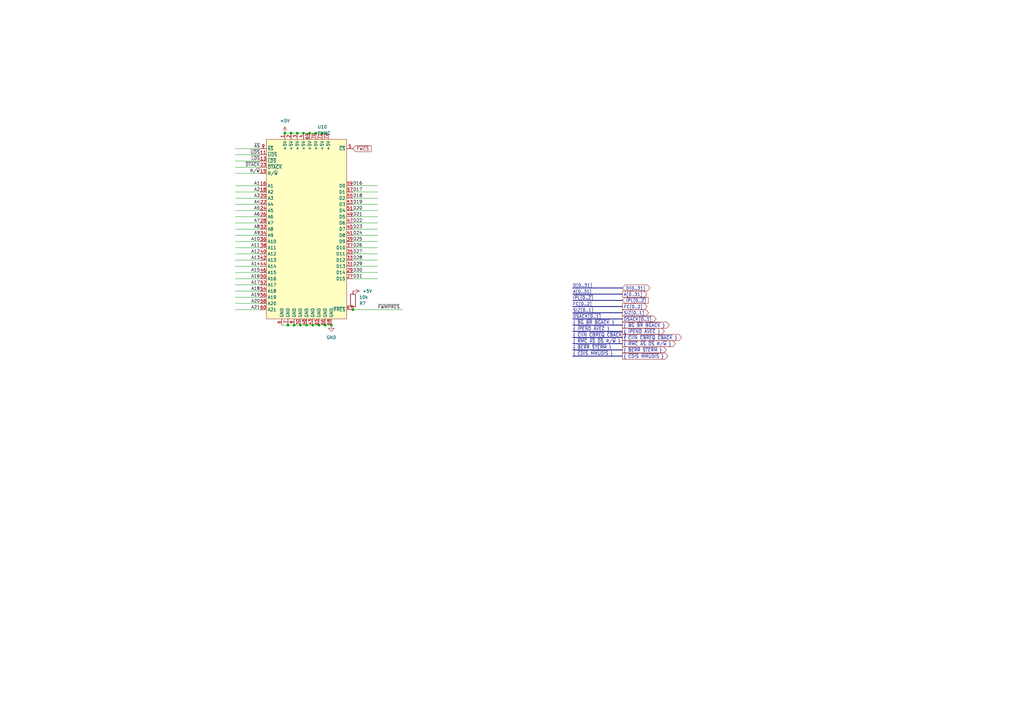
<source format=kicad_sch>
(kicad_sch (version 20230121) (generator eeschema)
  (paper "A3")
  (lib_symbols
    (symbol "Device:R" (pin_numbers hide) (pin_names (offset 0))
      (property "Reference" "R" (at 2.032 0 90))
      (property "Value" "R" (at 0 0 90))
      (symbol "R_0_1"
        (rectangle (start -1.016 -2.54) (end 1.016 2.54) (stroke (width 0.254)))
      )
      (symbol "R_1_1"
        (pin passive line (at 0 3.81 270) (length 1.27) (name "~") (number "1"))
        (pin passive line (at 0 -3.81 90) (length 1.27) (name "~") (number "2"))
      )
    )
    (symbol "FWMC:FWMC"
      (property "Reference" "U" (at 0 0 0))
      (property "Value" "FWMC" (at -19.05 8.89 0))
      (symbol "FWMC_1_1"
        (rectangle (start -16.51 36.83) (end 16.51 -36.83) (fill (type background)))
        (pin power_in line (at -8.89 39.37 270) (length 2.54) (name "+5V") (number "1"))
        (pin no_connect line (at 19.05 -30.48 180) (length 2.54) hide (name "NC") (number "10"))
        (pin input line (at -19.05 30.48 0) (length 2.54) (name "~{UDS}") (number "11"))
        (pin no_connect line (at 19.05 -30.48 180) (length 2.54) hide (name "NC") (number "12"))
        (pin input line (at -19.05 27.94 0) (length 2.54) (name "~{LDS}") (number "13"))
        (pin no_connect line (at 19.05 -30.48 180) (length 2.54) hide (name "NC") (number "14"))
        (pin input line (at -19.05 22.86 0) (length 2.54) (name "R/~{W}") (number "15"))
        (pin input line (at -19.05 17.78 0) (length 2.54) (name "A1") (number "16"))
        (pin no_connect line (at 19.05 -30.48 180) (length 2.54) hide (name "NC") (number "17"))
        (pin input line (at -19.05 15.24 0) (length 2.54) (name "A2") (number "18"))
        (pin no_connect line (at 19.05 -30.48 180) (length 2.54) hide (name "NC") (number "19"))
        (pin power_in line (at -6.35 39.37 270) (length 2.54) (name "+5V") (number "2"))
        (pin input line (at -19.05 12.7 0) (length 2.54) (name "A3") (number "20"))
        (pin no_connect line (at 19.05 -30.48 180) (length 2.54) hide (name "NC") (number "21"))
        (pin input line (at -19.05 10.16 0) (length 2.54) (name "A4") (number "22"))
        (pin output line (at -19.05 25.4 0) (length 2.54) (name "~{DTACK}") (number "23"))
        (pin input line (at -19.05 7.62 0) (length 2.54) (name "A5") (number "24"))
        (pin no_connect line (at 19.05 -30.48 180) (length 2.54) hide (name "NC") (number "25"))
        (pin input line (at -19.05 5.08 0) (length 2.54) (name "A6") (number "26"))
        (pin bidirectional line (at 19.05 -20.32 180) (length 2.54) (name "D15") (number "27"))
        (pin input line (at -19.05 2.54 0) (length 2.54) (name "A7") (number "28"))
        (pin bidirectional line (at 19.05 -17.78 180) (length 2.54) (name "D14") (number "29"))
        (pin power_in line (at -3.81 39.37 270) (length 2.54) (name "+5V") (number "3"))
        (pin power_in line (at -2.54 -39.37 90) (length 2.54) (name "GND") (number "30"))
        (pin bidirectional line (at 19.05 -15.24 180) (length 2.54) (name "D13") (number "31"))
        (pin input line (at -19.05 0 0) (length 2.54) (name "A8") (number "32"))
        (pin bidirectional line (at 19.05 -12.7 180) (length 2.54) (name "D12") (number "33"))
        (pin input line (at -19.05 -2.54 0) (length 2.54) (name "A9") (number "34"))
        (pin bidirectional line (at 19.05 -10.16 180) (length 2.54) (name "D11") (number "35"))
        (pin input line (at -19.05 -5.08 0) (length 2.54) (name "A10") (number "36"))
        (pin bidirectional line (at 19.05 -7.62 180) (length 2.54) (name "D10") (number "37"))
        (pin input line (at -19.05 -7.62 0) (length 2.54) (name "A11") (number "38"))
        (pin bidirectional line (at 19.05 -5.08 180) (length 2.54) (name "D9") (number "39"))
        (pin power_in line (at -1.27 39.37 270) (length 2.54) (name "+5V") (number "4"))
        (pin input line (at -19.05 -10.16 0) (length 2.54) (name "A12") (number "40"))
        (pin bidirectional line (at 19.05 -2.54 180) (length 2.54) (name "D8") (number "41"))
        (pin input line (at -19.05 -12.7 0) (length 2.54) (name "A13") (number "42"))
        (pin power_in line (at 2.54 -39.37 90) (length 2.54) (name "GND") (number "43"))
        (pin input line (at -19.05 -15.24 0) (length 2.54) (name "A14") (number "44"))
        (pin bidirectional line (at 19.05 0 180) (length 2.54) (name "D7") (number "45"))
        (pin input line (at -19.05 -17.78 0) (length 2.54) (name "A15") (number "46"))
        (pin bidirectional line (at 19.05 2.54 180) (length 2.54) (name "D6") (number "47"))
        (pin power_in line (at 0 -39.37 90) (length 2.54) (name "GND") (number "48"))
        (pin bidirectional line (at 19.05 5.08 180) (length 2.54) (name "D5") (number "49"))
        (pin input line (at 19.05 33.02 180) (length 2.54) (name "~{CS}") (number "5"))
        (pin input line (at -19.05 -20.32 0) (length 2.54) (name "A16") (number "50"))
        (pin bidirectional line (at 19.05 7.62 180) (length 2.54) (name "D4") (number "51"))
        (pin input line (at -19.05 -22.86 0) (length 2.54) (name "A17") (number "52"))
        (pin bidirectional line (at 19.05 10.16 180) (length 2.54) (name "D3") (number "53"))
        (pin input line (at -19.05 -25.4 0) (length 2.54) (name "A18") (number "54"))
        (pin bidirectional line (at 19.05 12.7 180) (length 2.54) (name "D2") (number "55"))
        (pin input line (at -19.05 -27.94 0) (length 2.54) (name "A19") (number "56"))
        (pin bidirectional line (at 19.05 15.24 180) (length 2.54) (name "D1") (number "57"))
        (pin input line (at -19.05 -30.48 0) (length 2.54) (name "A20") (number "58"))
        (pin bidirectional line (at 19.05 17.78 180) (length 2.54) (name "D0") (number "59"))
        (pin power_in line (at -10.16 -39.37 90) (length 2.54) (name "GND") (number "6"))
        (pin input line (at -19.05 -33.02 0) (length 2.54) (name "A21") (number "60"))
        (pin no_connect line (at 19.05 -30.48 180) (length 2.54) hide (name "NC") (number "61"))
        (pin no_connect line (at 19.05 -30.48 180) (length 2.54) hide (name "NC") (number "62"))
        (pin no_connect line (at 19.05 -30.48 180) (length 2.54) hide (name "NC") (number "63"))
        (pin no_connect line (at 19.05 -30.48 180) (length 2.54) hide (name "NC") (number "64"))
        (pin power_in line (at 5.08 -39.37 90) (length 2.54) (name "GND") (number "65"))
        (pin power_in line (at 7.62 -39.37 90) (length 2.54) (name "GND") (number "66"))
        (pin output line (at 19.05 -33.02 180) (length 2.54) (name "~{PRES}") (number "67"))
        (pin power_in line (at 10.16 -39.37 90) (length 2.54) (name "GND") (number "68"))
        (pin power_in line (at 1.27 39.37 270) (length 2.54) (name "+5V") (number "69"))
        (pin power_in line (at -7.62 -39.37 90) (length 2.54) (name "GND") (number "7"))
        (pin power_in line (at 3.81 39.37 270) (length 2.54) (name "+5V") (number "70"))
        (pin power_in line (at 6.35 39.37 270) (length 2.54) (name "+5V") (number "71"))
        (pin power_in line (at 8.89 39.37 270) (length 2.54) (name "+5V") (number "72"))
        (pin power_in line (at -5.08 -39.37 90) (length 2.54) (name "GND") (number "8"))
        (pin input line (at -19.05 33.02 0) (length 2.54) (name "~{AS}") (number "9"))
      )
    )
    (symbol "power:+5V" (power) (pin_names (offset 0))
      (property "Value" "+5V" (at 0 3.556 0))
      (symbol "+5V_0_1"
        (polyline (pts (xy -0.762 1.27) (xy 0 2.54)))
        (polyline (pts (xy 0 0) (xy 0 2.54)))
        (polyline (pts (xy 0 2.54) (xy 0.762 1.27)))
      )
      (symbol "+5V_1_1"
        (pin power_in line (at 0 0 90) (length 0) hide (name "+5V") (number "1"))
      )
    )
    (symbol "power:GND" (power) (pin_names (offset 0))
      (property "Value" "GND" (at 0 -3.81 0))
      (symbol "GND_0_1"
        (polyline (pts (xy 0 0) (xy 0 -1.27) (xy 1.27 -1.27) (xy 0 -2.54) (xy -1.27 -1.27) (xy 0 -1.27)))
      )
      (symbol "GND_1_1"
        (pin power_in line (at 0 0 270) (length 0) hide (name "GND") (number "1"))
      )
    )
  )
  (junction (at 118.11 133.35))
  (junction (at 144.78 127))
  (junction (at 121.92 54.61))
  (junction (at 116.84 54.61))
  (junction (at 119.38 54.61))
  (junction (at 127 54.61))
  (junction (at 135.89 133.35))
  (junction (at 124.46 54.61))
  (junction (at 132.08 54.61))
  (junction (at 129.54 54.61))
  (junction (at 120.65 133.35))
  (junction (at 128.27 133.35))
  (junction (at 123.19 133.35))
  (junction (at 133.35 133.35))
  (junction (at 130.81 133.35))
  (junction (at 125.73 133.35))
  (wire (pts (xy 154.94 78.74) (xy 144.78 78.74)))
  (wire (pts (xy 129.54 54.61) (xy 132.08 54.61)))
  (bus (pts (xy 234.95 135.89) (xy 255.27 135.89)))
  (wire (pts (xy 154.94 101.6) (xy 144.78 101.6)))
  (wire (pts (xy 96.52 121.92) (xy 106.68 121.92)))
  (wire (pts (xy 96.52 114.3) (xy 106.68 114.3)))
  (wire (pts (xy 96.52 78.74) (xy 106.68 78.74)))
  (bus (pts (xy 234.95 133.35) (xy 255.27 133.35)))
  (bus (pts (xy 234.95 130.81) (xy 255.27 130.81)))
  (wire (pts (xy 96.52 109.22) (xy 106.68 109.22)))
  (wire (pts (xy 96.52 99.06) (xy 106.68 99.06)))
  (wire (pts (xy 96.52 71.12) (xy 106.68 71.12)))
  (bus (pts (xy 234.95 146.05) (xy 255.27 146.05)))
  (wire (pts (xy 96.52 101.6) (xy 106.68 101.6)))
  (wire (pts (xy 116.84 54.61) (xy 119.38 54.61)))
  (wire (pts (xy 120.65 133.35) (xy 118.11 133.35)))
  (wire (pts (xy 132.08 54.61) (xy 134.62 54.61)))
  (bus (pts (xy 234.95 123.19) (xy 255.27 123.19)))
  (bus (pts (xy 234.95 140.97) (xy 255.27 140.97)))
  (wire (pts (xy 119.38 54.61) (xy 121.92 54.61)))
  (wire (pts (xy 96.52 93.98) (xy 106.68 93.98)))
  (wire (pts (xy 154.94 114.3) (xy 144.78 114.3)))
  (bus (pts (xy 234.95 143.51) (xy 255.27 143.51)))
  (wire (pts (xy 154.94 86.36) (xy 144.78 86.36)))
  (wire (pts (xy 96.52 127) (xy 106.68 127)))
  (wire (pts (xy 96.52 96.52) (xy 106.68 96.52)))
  (wire (pts (xy 96.52 106.68) (xy 106.68 106.68)))
  (wire (pts (xy 154.94 106.68) (xy 144.78 106.68)))
  (wire (pts (xy 154.94 83.82) (xy 144.78 83.82)))
  (wire (pts (xy 96.52 81.28) (xy 106.68 81.28)))
  (wire (pts (xy 154.94 76.2) (xy 144.78 76.2)))
  (wire (pts (xy 96.52 86.36) (xy 106.68 86.36)))
  (bus (pts (xy 234.95 120.65) (xy 255.27 120.65)))
  (wire (pts (xy 154.94 99.06) (xy 144.78 99.06)))
  (wire (pts (xy 154.94 111.76) (xy 144.78 111.76)))
  (wire (pts (xy 135.89 133.35) (xy 133.35 133.35)))
  (wire (pts (xy 128.27 133.35) (xy 125.73 133.35)))
  (wire (pts (xy 96.52 88.9) (xy 106.68 88.9)))
  (wire (pts (xy 127 54.61) (xy 129.54 54.61)))
  (wire (pts (xy 96.52 76.2) (xy 106.68 76.2)))
  (bus (pts (xy 234.95 118.11) (xy 255.27 118.11)))
  (wire (pts (xy 144.78 127) (xy 165.1 127)))
  (wire (pts (xy 96.52 119.38) (xy 106.68 119.38)))
  (bus (pts (xy 234.95 128.27) (xy 255.27 128.27)))
  (bus (pts (xy 234.95 138.43) (xy 255.27 138.43)))
  (wire (pts (xy 96.52 63.5) (xy 106.68 63.5)))
  (wire (pts (xy 96.52 91.44) (xy 106.68 91.44)))
  (wire (pts (xy 124.46 54.61) (xy 127 54.61)))
  (wire (pts (xy 154.94 91.44) (xy 144.78 91.44)))
  (wire (pts (xy 154.94 93.98) (xy 144.78 93.98)))
  (wire (pts (xy 96.52 111.76) (xy 106.68 111.76)))
  (wire (pts (xy 96.52 60.96) (xy 106.68 60.96)))
  (wire (pts (xy 96.52 83.82) (xy 106.68 83.82)))
  (wire (pts (xy 96.52 116.84) (xy 106.68 116.84)))
  (wire (pts (xy 123.19 133.35) (xy 120.65 133.35)))
  (wire (pts (xy 96.52 66.04) (xy 106.68 66.04)))
  (wire (pts (xy 121.92 54.61) (xy 124.46 54.61)))
  (wire (pts (xy 96.52 104.14) (xy 106.68 104.14)))
  (wire (pts (xy 154.94 104.14) (xy 144.78 104.14)))
  (wire (pts (xy 154.94 81.28) (xy 144.78 81.28)))
  (wire (pts (xy 96.52 124.46) (xy 106.68 124.46)))
  (wire (pts (xy 96.52 68.58) (xy 106.68 68.58)))
  (wire (pts (xy 118.11 133.35) (xy 115.57 133.35)))
  (wire (pts (xy 125.73 133.35) (xy 123.19 133.35)))
  (wire (pts (xy 130.81 133.35) (xy 128.27 133.35)))
  (bus (pts (xy 234.95 125.73) (xy 255.27 125.73)))
  (wire (pts (xy 154.94 88.9) (xy 144.78 88.9)))
  (wire (pts (xy 133.35 133.35) (xy 130.81 133.35)))
  (wire (pts (xy 154.94 109.22) (xy 144.78 109.22)))
  (wire (pts (xy 154.94 96.52) (xy 144.78 96.52)))
  (label "~{DSACK[0..1]}" (at 234.95 130.81 0))
  (label "A4" (at 106.68 83.82 180))
  (label "A20" (at 106.68 124.46 180))
  (label "A[0..31]" (at 234.95 120.65 0))
  (label "A7" (at 106.68 91.44 180))
  (label "D22" (at 144.78 91.44 0))
  (label "D19" (at 144.78 83.82 0))
  (label "A13" (at 106.68 106.68 180))
  (label "{ ~{BG} ~{BR} ~{BGACK} }" (at 234.95 133.35 0))
  (label "~{AS}" (at 106.68 60.96 180))
  (label "D18" (at 144.78 81.28 0))
  (label "A9" (at 106.68 96.52 180))
  (label "R{slash}~{W}" (at 106.68 71.12 180))
  (label "D31" (at 144.78 114.3 0))
  (label "D23" (at 144.78 93.98 0))
  (label "D27" (at 144.78 104.14 0))
  (label "D30" (at 144.78 111.76 0))
  (label "{ ~{CIIN} ~{CBREQ} ~{CBACK} }" (at 234.95 138.43 0))
  (label "FC[0..2]" (at 234.95 125.73 0))
  (label "A19" (at 106.68 121.92 180))
  (label "D21" (at 144.78 88.9 0))
  (label "A16" (at 106.68 114.3 180))
  (label "A11" (at 106.68 101.6 180))
  (label "A5" (at 106.68 86.36 180))
  (label "A3" (at 106.68 81.28 180))
  (label "A15" (at 106.68 111.76 180))
  (label "A10" (at 106.68 99.06 180))
  (label "D24" (at 144.78 96.52 0))
  (label "D16" (at 144.78 76.2 0))
  (label "D26" (at 144.78 101.6 0))
  (label "A12" (at 106.68 104.14 180))
  (label "D[0..31]" (at 234.95 118.11 0))
  (label "A2" (at 106.68 78.74 180))
  (label "SIZ[0..1]" (at 234.95 128.27 0))
  (label "A14" (at 106.68 109.22 180))
  (label "D28" (at 144.78 106.68 0))
  (label "D17" (at 144.78 78.74 0))
  (label "{ ~{BERR} ~{STERM} }" (at 234.95 143.51 0))
  (label "~{FWMPRES}" (at 154.94 127 0))
  (label "D20" (at 144.78 86.36 0))
  (label "A21" (at 106.68 127 180))
  (label "~{DTACK}" (at 106.68 68.58 180))
  (label "A17" (at 106.68 116.84 180))
  (label "~{UDS}" (at 106.68 63.5 180))
  (label "A6" (at 106.68 88.9 180))
  (label "A18" (at 106.68 119.38 180))
  (label "A8" (at 106.68 93.98 180))
  (label "{ ~{RMC} ~{AS} ~{DS} R{slash}~{W} }" (at 234.95 140.97 0))
  (label "{ ~{CDIS} ~{MMUDIS} }" (at 234.95 146.05 0))
  (label "D25" (at 144.78 99.06 0))
  (label "A1" (at 106.68 76.2 180))
  (label "{ ~{IPEND} ~{AVEC} }" (at 234.95 135.89 0))
  (label "D29" (at 144.78 109.22 0))
  (label "~{LDS}" (at 106.68 66.04 180))
  (label "~{IPL[0..2]}" (at 234.95 123.19 0))
  (global_label "{ ~{CDIS} ~{MMUDIS} }" (shape output) (at 255.27 146.05 0) (property "Intersheetrefs" "${INTERSHEET_REFS}" (effects hide)))
  (global_label "{ ~{BERR} ~{STERM} }" (shape output) (at 255.27 143.51 0) (property "Intersheetrefs" "${INTERSHEET_REFS}" (effects hide)))
  (global_label "FC[0..2]" (shape output) (at 255.27 125.73 0) (property "Intersheetrefs" "${INTERSHEET_REFS}" (effects hide)))
  (global_label "{ ~{BG} ~{BR} ~{BGACK} }" (shape output) (at 255.27 133.35 0) (property "Intersheetrefs" "${INTERSHEET_REFS}" (effects hide)))
  (global_label "SIZ[0..1]" (shape output) (at 255.27 128.27 0) (property "Intersheetrefs" "${INTERSHEET_REFS}" (effects hide)))
  (global_label "~{DSACK[0..1]}" (shape output) (at 255.27 130.81 0) (property "Intersheetrefs" "${INTERSHEET_REFS}" (effects hide)))
  (global_label "{ ~{IPEND} ~{AVEC} }" (shape output) (at 255.27 135.89 0) (property "Intersheetrefs" "${INTERSHEET_REFS}" (effects hide)))
  (global_label "{ ~{RMC} ~{AS} ~{DS} R{slash}~{W} }" (shape output) (at 255.27 140.97 0) (property "Intersheetrefs" "${INTERSHEET_REFS}" (effects hide)))
  (global_label "~{FWCS}" (shape input) (at 144.78 60.96 0) (property "Intersheetrefs" "${INTERSHEET_REFS}" (effects hide)))
  (global_label "D[0..31]" (shape bidirectional) (at 255.27 118.11 0) (property "Intersheetrefs" "${INTERSHEET_REFS}" (effects hide)))
  (global_label "{ ~{CIIN} ~{CBREQ} ~{CBACK} }" (shape output) (at 255.27 138.43 0) (property "Intersheetrefs" "${INTERSHEET_REFS}" (effects hide)))
  (global_label "A[0..31]" (shape output) (at 255.27 120.65 0) (property "Intersheetrefs" "${INTERSHEET_REFS}" (effects hide)))
  (global_label "~{IPL[0..2]}" (shape input) (at 255.27 123.19 0) (property "Intersheetrefs" "${INTERSHEET_REFS}" (effects hide)))
  (symbol (lib_id "power:+5V") (at 144.78 119.38 270) (unit 1)
    (property "Reference" "#PWR0156" (effects hide))
    (property "Value" "+5V" (at 148.59 119.38 90) (effects (justify left)))
  )
  (symbol (lib_id "power:GND") (at 135.89 133.35 0) (unit 1)
    (property "Reference" "#PWR080" (effects hide))
    (property "Value" "GND" (at 135.89 138.43 0))
    (instances (project "m68k-hbc" (path "" (reference "#PWR080") (unit 1)) (path "" (reference "#PWR0157") (unit 1))))
  )
  (symbol (lib_id "Device:R") (at 144.78 123.19 0) (mirror y) (unit 1)
    (property "Reference" "R7" (at 147.32 124.46 0) (effects (justify right)))
    (property "Value" "10k" (at 147.32 121.92 0) (effects (justify right)))
    (property "Footprint" "Resistor_SMD:R_1206_3216Metric_Pad1.30x1.75mm_HandSolder" (effects hide))
  )
  (symbol (lib_id "FWMC:FWMC") (at 125.73 93.98 0) (unit 1)
    (property "Reference" "U10" (at 130.2259 52.07 0) (effects (justify left)))
    (property "Value" "FWMC" (at 130.2259 54.61 0) (effects (justify left)))
    (property "Footprint" "55308438:55308438" (effects hide))
  )
  (symbol (lib_id "power:+5V") (at 116.84 54.61 0) (unit 1)
    (property "Reference" "#PWR066" (effects hide))
    (property "Value" "+5V" (at 116.84 49.53 0))
    (instances (project "m68k-hbc" (path "" (reference "#PWR066") (unit 1)) (path "" (reference "#PWR0155") (unit 1))))
  )
)
</source>
